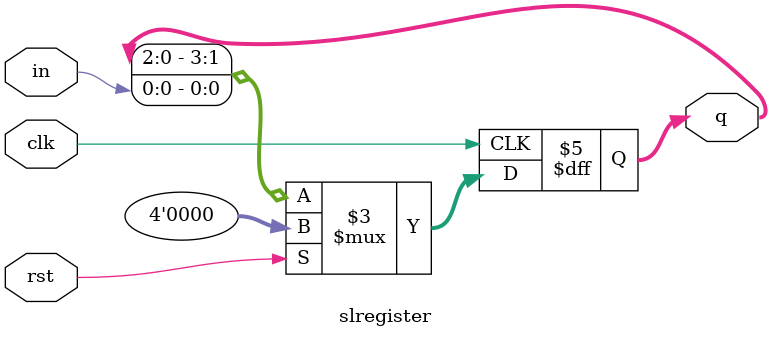
<source format=v>
module slregister (clk,rst,in,q);
    input wire clk;
    input wire rst;
    input wire  in;
    output reg[3:0] q;

    always @(posedge clk) begin
        
         if (rst)
            q=4'b0000;
        else begin
            q={q[2:0],in};
        end
    end

endmodule

</source>
